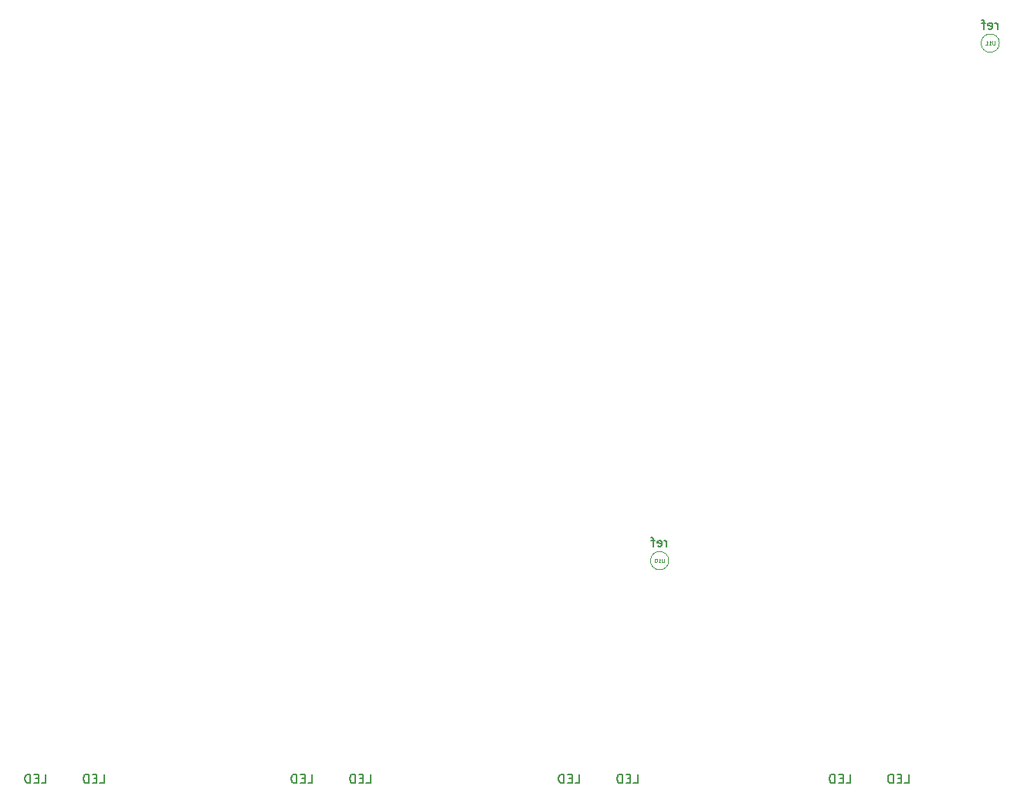
<source format=gbr>
G04 #@! TF.GenerationSoftware,KiCad,Pcbnew,5.1.3-ffb9f22~84~ubuntu18.04.1*
G04 #@! TF.CreationDate,2019-08-08T14:17:25+02:00*
G04 #@! TF.ProjectId,HiveCam,48697665-4361-46d2-9e6b-696361645f70,rev?*
G04 #@! TF.SameCoordinates,Original*
G04 #@! TF.FileFunction,Other,Fab,Bot*
%FSLAX46Y46*%
G04 Gerber Fmt 4.6, Leading zero omitted, Abs format (unit mm)*
G04 Created by KiCad (PCBNEW 5.1.3-ffb9f22~84~ubuntu18.04.1) date 2019-08-08 14:17:25*
%MOMM*%
%LPD*%
G04 APERTURE LIST*
%ADD10C,0.100000*%
%ADD11C,0.150000*%
%ADD12C,0.060000*%
G04 APERTURE END LIST*
D10*
X132748000Y-37065000D02*
G75*
G03X132748000Y-37065000I-1000000J0D01*
G01*
X96498000Y-93815000D02*
G75*
G03X96498000Y-93815000I-1000000J0D01*
G01*
D11*
X132533714Y-35517380D02*
X132533714Y-34850714D01*
X132533714Y-35041190D02*
X132486095Y-34945952D01*
X132438476Y-34898333D01*
X132343238Y-34850714D01*
X132248000Y-34850714D01*
X131533714Y-35469761D02*
X131628952Y-35517380D01*
X131819428Y-35517380D01*
X131914666Y-35469761D01*
X131962285Y-35374523D01*
X131962285Y-34993571D01*
X131914666Y-34898333D01*
X131819428Y-34850714D01*
X131628952Y-34850714D01*
X131533714Y-34898333D01*
X131486095Y-34993571D01*
X131486095Y-35088809D01*
X131962285Y-35184047D01*
X131200380Y-34850714D02*
X130819428Y-34850714D01*
X131057523Y-35517380D02*
X131057523Y-34660238D01*
X131009904Y-34565000D01*
X130914666Y-34517380D01*
X130819428Y-34517380D01*
D12*
X132243238Y-36845952D02*
X132243238Y-37169761D01*
X132224190Y-37207857D01*
X132205142Y-37226904D01*
X132167047Y-37245952D01*
X132090857Y-37245952D01*
X132052761Y-37226904D01*
X132033714Y-37207857D01*
X132014666Y-37169761D01*
X132014666Y-36845952D01*
X131614666Y-37245952D02*
X131843238Y-37245952D01*
X131728952Y-37245952D02*
X131728952Y-36845952D01*
X131767047Y-36903095D01*
X131805142Y-36941190D01*
X131843238Y-36960238D01*
X131233714Y-37245952D02*
X131462285Y-37245952D01*
X131348000Y-37245952D02*
X131348000Y-36845952D01*
X131386095Y-36903095D01*
X131424190Y-36941190D01*
X131462285Y-36960238D01*
D11*
X96283714Y-92267380D02*
X96283714Y-91600714D01*
X96283714Y-91791190D02*
X96236095Y-91695952D01*
X96188476Y-91648333D01*
X96093238Y-91600714D01*
X95998000Y-91600714D01*
X95283714Y-92219761D02*
X95378952Y-92267380D01*
X95569428Y-92267380D01*
X95664666Y-92219761D01*
X95712285Y-92124523D01*
X95712285Y-91743571D01*
X95664666Y-91648333D01*
X95569428Y-91600714D01*
X95378952Y-91600714D01*
X95283714Y-91648333D01*
X95236095Y-91743571D01*
X95236095Y-91838809D01*
X95712285Y-91934047D01*
X94950380Y-91600714D02*
X94569428Y-91600714D01*
X94807523Y-92267380D02*
X94807523Y-91410238D01*
X94759904Y-91315000D01*
X94664666Y-91267380D01*
X94569428Y-91267380D01*
D12*
X95993238Y-93595952D02*
X95993238Y-93919761D01*
X95974190Y-93957857D01*
X95955142Y-93976904D01*
X95917047Y-93995952D01*
X95840857Y-93995952D01*
X95802761Y-93976904D01*
X95783714Y-93957857D01*
X95764666Y-93919761D01*
X95764666Y-93595952D01*
X95364666Y-93995952D02*
X95593238Y-93995952D01*
X95478952Y-93995952D02*
X95478952Y-93595952D01*
X95517047Y-93653095D01*
X95555142Y-93691190D01*
X95593238Y-93710238D01*
X95117047Y-93595952D02*
X95078952Y-93595952D01*
X95040857Y-93615000D01*
X95021809Y-93634047D01*
X95002761Y-93672142D01*
X94983714Y-93748333D01*
X94983714Y-93843571D01*
X95002761Y-93919761D01*
X95021809Y-93957857D01*
X95040857Y-93976904D01*
X95078952Y-93995952D01*
X95117047Y-93995952D01*
X95155142Y-93976904D01*
X95174190Y-93957857D01*
X95193238Y-93919761D01*
X95212285Y-93843571D01*
X95212285Y-93748333D01*
X95193238Y-93672142D01*
X95174190Y-93634047D01*
X95155142Y-93615000D01*
X95117047Y-93595952D01*
D11*
X122340857Y-118217380D02*
X122817047Y-118217380D01*
X122817047Y-117217380D01*
X122007523Y-117693571D02*
X121674190Y-117693571D01*
X121531333Y-118217380D02*
X122007523Y-118217380D01*
X122007523Y-117217380D01*
X121531333Y-117217380D01*
X121102761Y-118217380D02*
X121102761Y-117217380D01*
X120864666Y-117217380D01*
X120721809Y-117265000D01*
X120626571Y-117360238D01*
X120578952Y-117455476D01*
X120531333Y-117645952D01*
X120531333Y-117788809D01*
X120578952Y-117979285D01*
X120626571Y-118074523D01*
X120721809Y-118169761D01*
X120864666Y-118217380D01*
X121102761Y-118217380D01*
X115940857Y-118217380D02*
X116417047Y-118217380D01*
X116417047Y-117217380D01*
X115607523Y-117693571D02*
X115274190Y-117693571D01*
X115131333Y-118217380D02*
X115607523Y-118217380D01*
X115607523Y-117217380D01*
X115131333Y-117217380D01*
X114702761Y-118217380D02*
X114702761Y-117217380D01*
X114464666Y-117217380D01*
X114321809Y-117265000D01*
X114226571Y-117360238D01*
X114178952Y-117455476D01*
X114131333Y-117645952D01*
X114131333Y-117788809D01*
X114178952Y-117979285D01*
X114226571Y-118074523D01*
X114321809Y-118169761D01*
X114464666Y-118217380D01*
X114702761Y-118217380D01*
X92640857Y-118217380D02*
X93117047Y-118217380D01*
X93117047Y-117217380D01*
X92307523Y-117693571D02*
X91974190Y-117693571D01*
X91831333Y-118217380D02*
X92307523Y-118217380D01*
X92307523Y-117217380D01*
X91831333Y-117217380D01*
X91402761Y-118217380D02*
X91402761Y-117217380D01*
X91164666Y-117217380D01*
X91021809Y-117265000D01*
X90926571Y-117360238D01*
X90878952Y-117455476D01*
X90831333Y-117645952D01*
X90831333Y-117788809D01*
X90878952Y-117979285D01*
X90926571Y-118074523D01*
X91021809Y-118169761D01*
X91164666Y-118217380D01*
X91402761Y-118217380D01*
X86240857Y-118217380D02*
X86717047Y-118217380D01*
X86717047Y-117217380D01*
X85907523Y-117693571D02*
X85574190Y-117693571D01*
X85431333Y-118217380D02*
X85907523Y-118217380D01*
X85907523Y-117217380D01*
X85431333Y-117217380D01*
X85002761Y-118217380D02*
X85002761Y-117217380D01*
X84764666Y-117217380D01*
X84621809Y-117265000D01*
X84526571Y-117360238D01*
X84478952Y-117455476D01*
X84431333Y-117645952D01*
X84431333Y-117788809D01*
X84478952Y-117979285D01*
X84526571Y-118074523D01*
X84621809Y-118169761D01*
X84764666Y-118217380D01*
X85002761Y-118217380D01*
X63340857Y-118217380D02*
X63817047Y-118217380D01*
X63817047Y-117217380D01*
X63007523Y-117693571D02*
X62674190Y-117693571D01*
X62531333Y-118217380D02*
X63007523Y-118217380D01*
X63007523Y-117217380D01*
X62531333Y-117217380D01*
X62102761Y-118217380D02*
X62102761Y-117217380D01*
X61864666Y-117217380D01*
X61721809Y-117265000D01*
X61626571Y-117360238D01*
X61578952Y-117455476D01*
X61531333Y-117645952D01*
X61531333Y-117788809D01*
X61578952Y-117979285D01*
X61626571Y-118074523D01*
X61721809Y-118169761D01*
X61864666Y-118217380D01*
X62102761Y-118217380D01*
X56940857Y-118217380D02*
X57417047Y-118217380D01*
X57417047Y-117217380D01*
X56607523Y-117693571D02*
X56274190Y-117693571D01*
X56131333Y-118217380D02*
X56607523Y-118217380D01*
X56607523Y-117217380D01*
X56131333Y-117217380D01*
X55702761Y-118217380D02*
X55702761Y-117217380D01*
X55464666Y-117217380D01*
X55321809Y-117265000D01*
X55226571Y-117360238D01*
X55178952Y-117455476D01*
X55131333Y-117645952D01*
X55131333Y-117788809D01*
X55178952Y-117979285D01*
X55226571Y-118074523D01*
X55321809Y-118169761D01*
X55464666Y-118217380D01*
X55702761Y-118217380D01*
X34140857Y-118217380D02*
X34617047Y-118217380D01*
X34617047Y-117217380D01*
X33807523Y-117693571D02*
X33474190Y-117693571D01*
X33331333Y-118217380D02*
X33807523Y-118217380D01*
X33807523Y-117217380D01*
X33331333Y-117217380D01*
X32902761Y-118217380D02*
X32902761Y-117217380D01*
X32664666Y-117217380D01*
X32521809Y-117265000D01*
X32426571Y-117360238D01*
X32378952Y-117455476D01*
X32331333Y-117645952D01*
X32331333Y-117788809D01*
X32378952Y-117979285D01*
X32426571Y-118074523D01*
X32521809Y-118169761D01*
X32664666Y-118217380D01*
X32902761Y-118217380D01*
X27740857Y-118217380D02*
X28217047Y-118217380D01*
X28217047Y-117217380D01*
X27407523Y-117693571D02*
X27074190Y-117693571D01*
X26931333Y-118217380D02*
X27407523Y-118217380D01*
X27407523Y-117217380D01*
X26931333Y-117217380D01*
X26502761Y-118217380D02*
X26502761Y-117217380D01*
X26264666Y-117217380D01*
X26121809Y-117265000D01*
X26026571Y-117360238D01*
X25978952Y-117455476D01*
X25931333Y-117645952D01*
X25931333Y-117788809D01*
X25978952Y-117979285D01*
X26026571Y-118074523D01*
X26121809Y-118169761D01*
X26264666Y-118217380D01*
X26502761Y-118217380D01*
M02*

</source>
